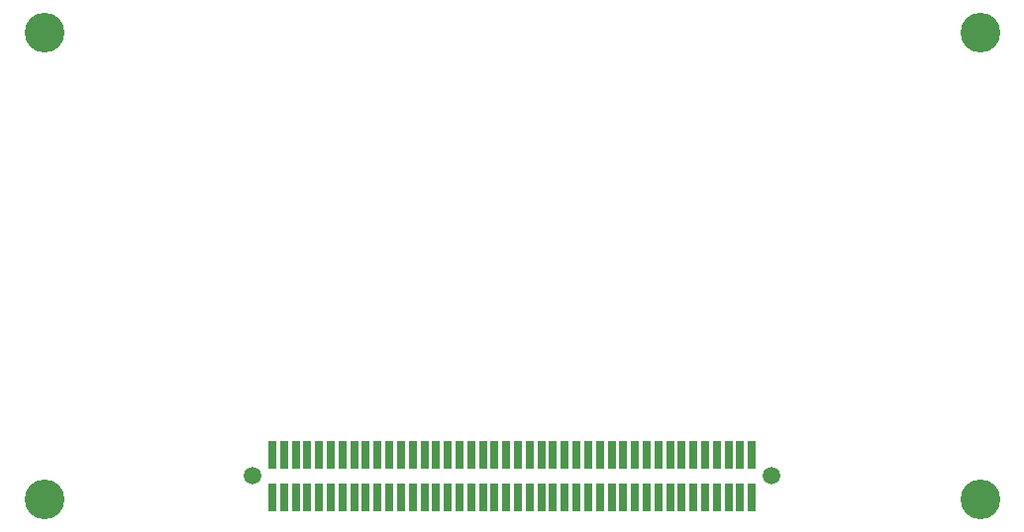
<source format=gbs>
G75*
G70*
%OFA0B0*%
%FSLAX24Y24*%
%IPPOS*%
%LPD*%
%AMOC8*
5,1,8,0,0,1.08239X$1,22.5*
%
%ADD10C,0.1339*%
%ADD11R,0.0276X0.0946*%
%ADD12C,0.0591*%
D10*
X002149Y002149D03*
X002149Y017897D03*
X033645Y017897D03*
X033645Y002149D03*
D11*
X025967Y002208D03*
X025574Y002208D03*
X025180Y002208D03*
X024786Y002208D03*
X024393Y002208D03*
X023999Y002208D03*
X023605Y002208D03*
X023211Y002208D03*
X022818Y002208D03*
X022424Y002208D03*
X022030Y002208D03*
X021637Y002208D03*
X021243Y002208D03*
X020849Y002208D03*
X020456Y002208D03*
X020062Y002208D03*
X019668Y002208D03*
X019274Y002208D03*
X018881Y002208D03*
X018487Y002208D03*
X018093Y002208D03*
X017700Y002208D03*
X017306Y002208D03*
X016912Y002208D03*
X016519Y002208D03*
X016125Y002208D03*
X015731Y002208D03*
X015337Y002208D03*
X014944Y002208D03*
X014550Y002208D03*
X014156Y002208D03*
X013763Y002208D03*
X013369Y002208D03*
X012975Y002208D03*
X012582Y002208D03*
X012188Y002208D03*
X011794Y002208D03*
X011400Y002208D03*
X011007Y002208D03*
X010613Y002208D03*
X010219Y002208D03*
X009826Y002208D03*
X009826Y003664D03*
X010219Y003664D03*
X010613Y003664D03*
X011007Y003664D03*
X011400Y003664D03*
X011794Y003664D03*
X012188Y003664D03*
X012582Y003664D03*
X012975Y003664D03*
X013369Y003664D03*
X013763Y003664D03*
X014156Y003664D03*
X014550Y003664D03*
X014944Y003664D03*
X015337Y003664D03*
X015731Y003664D03*
X016125Y003664D03*
X016519Y003664D03*
X016912Y003664D03*
X017306Y003664D03*
X017700Y003664D03*
X018093Y003664D03*
X018487Y003664D03*
X018881Y003664D03*
X019274Y003664D03*
X019668Y003664D03*
X020062Y003664D03*
X020456Y003664D03*
X020849Y003664D03*
X021243Y003664D03*
X021637Y003664D03*
X022030Y003664D03*
X022424Y003664D03*
X022818Y003664D03*
X023211Y003664D03*
X023605Y003664D03*
X023999Y003664D03*
X024393Y003664D03*
X024786Y003664D03*
X025180Y003664D03*
X025574Y003664D03*
X025967Y003664D03*
D12*
X026637Y002936D03*
X009156Y002936D03*
M02*

</source>
